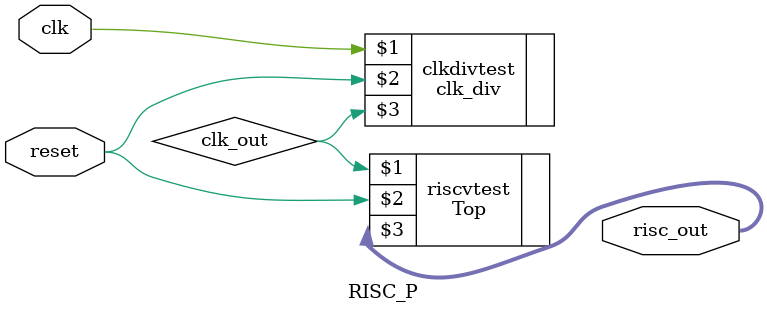
<source format=v>
`timescale 1ns / 1ps


module RISC_P(
input clk, 
input reset,
output [3:0]risc_out
    );
    
    wire clk_out;
    
    clk_div clkdivtest(clk,reset,clk_out);
    
    Top riscvtest(clk_out,reset,risc_out);
    
endmodule

</source>
